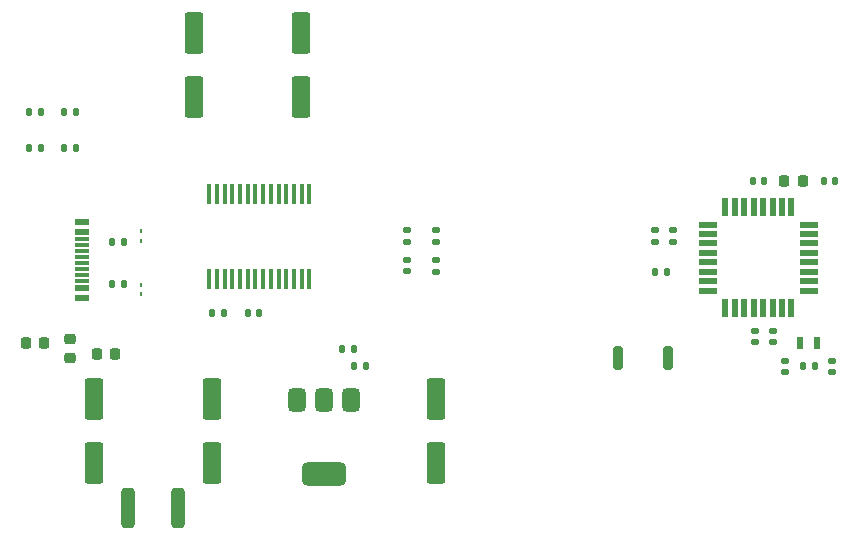
<source format=gtp>
%TF.GenerationSoftware,KiCad,Pcbnew,8.0.6*%
%TF.CreationDate,2025-04-05T02:38:06-04:00*%
%TF.ProjectId,intro_to_pcb,696e7472-6f5f-4746-9f5f-7063622e6b69,rev?*%
%TF.SameCoordinates,Original*%
%TF.FileFunction,Paste,Top*%
%TF.FilePolarity,Positive*%
%FSLAX46Y46*%
G04 Gerber Fmt 4.6, Leading zero omitted, Abs format (unit mm)*
G04 Created by KiCad (PCBNEW 8.0.6) date 2025-04-05 02:38:06*
%MOMM*%
%LPD*%
G01*
G04 APERTURE LIST*
G04 Aperture macros list*
%AMRoundRect*
0 Rectangle with rounded corners*
0 $1 Rounding radius*
0 $2 $3 $4 $5 $6 $7 $8 $9 X,Y pos of 4 corners*
0 Add a 4 corners polygon primitive as box body*
4,1,4,$2,$3,$4,$5,$6,$7,$8,$9,$2,$3,0*
0 Add four circle primitives for the rounded corners*
1,1,$1+$1,$2,$3*
1,1,$1+$1,$4,$5*
1,1,$1+$1,$6,$7*
1,1,$1+$1,$8,$9*
0 Add four rect primitives between the rounded corners*
20,1,$1+$1,$2,$3,$4,$5,0*
20,1,$1+$1,$4,$5,$6,$7,0*
20,1,$1+$1,$6,$7,$8,$9,0*
20,1,$1+$1,$8,$9,$2,$3,0*%
G04 Aperture macros list end*
%ADD10R,1.160000X0.600000*%
%ADD11R,1.160000X0.300000*%
%ADD12RoundRect,0.375000X-0.375000X0.625000X-0.375000X-0.625000X0.375000X-0.625000X0.375000X0.625000X0*%
%ADD13RoundRect,0.500000X-1.400000X0.500000X-1.400000X-0.500000X1.400000X-0.500000X1.400000X0.500000X0*%
%ADD14RoundRect,0.200000X0.200000X0.800000X-0.200000X0.800000X-0.200000X-0.800000X0.200000X-0.800000X0*%
%ADD15RoundRect,0.140000X-0.170000X0.140000X-0.170000X-0.140000X0.170000X-0.140000X0.170000X0.140000X0*%
%ADD16RoundRect,0.250000X-0.550000X1.500000X-0.550000X-1.500000X0.550000X-1.500000X0.550000X1.500000X0*%
%ADD17RoundRect,0.225000X0.225000X0.250000X-0.225000X0.250000X-0.225000X-0.250000X0.225000X-0.250000X0*%
%ADD18R,0.600000X1.100000*%
%ADD19RoundRect,0.147500X0.172500X-0.147500X0.172500X0.147500X-0.172500X0.147500X-0.172500X-0.147500X0*%
%ADD20RoundRect,0.147500X-0.147500X-0.172500X0.147500X-0.172500X0.147500X0.172500X-0.147500X0.172500X0*%
%ADD21RoundRect,0.135000X-0.135000X-0.185000X0.135000X-0.185000X0.135000X0.185000X-0.135000X0.185000X0*%
%ADD22RoundRect,0.062500X0.062500X-0.117500X0.062500X0.117500X-0.062500X0.117500X-0.062500X-0.117500X0*%
%ADD23RoundRect,0.135000X-0.185000X0.135000X-0.185000X-0.135000X0.185000X-0.135000X0.185000X0.135000X0*%
%ADD24RoundRect,0.140000X-0.140000X-0.170000X0.140000X-0.170000X0.140000X0.170000X-0.140000X0.170000X0*%
%ADD25RoundRect,0.135000X0.185000X-0.135000X0.185000X0.135000X-0.185000X0.135000X-0.185000X-0.135000X0*%
%ADD26RoundRect,0.218750X-0.256250X0.218750X-0.256250X-0.218750X0.256250X-0.218750X0.256250X0.218750X0*%
%ADD27RoundRect,0.140000X0.170000X-0.140000X0.170000X0.140000X-0.170000X0.140000X-0.170000X-0.140000X0*%
%ADD28RoundRect,0.062500X-0.062500X0.117500X-0.062500X-0.117500X0.062500X-0.117500X0.062500X0.117500X0*%
%ADD29R,0.550000X1.600000*%
%ADD30R,1.600000X0.550000*%
%ADD31RoundRect,0.135000X0.135000X0.185000X-0.135000X0.185000X-0.135000X-0.185000X0.135000X-0.185000X0*%
%ADD32RoundRect,0.250000X0.550000X-1.500000X0.550000X1.500000X-0.550000X1.500000X-0.550000X-1.500000X0*%
%ADD33RoundRect,0.225000X-0.225000X-0.250000X0.225000X-0.250000X0.225000X0.250000X-0.225000X0.250000X0*%
%ADD34RoundRect,0.140000X0.140000X0.170000X-0.140000X0.170000X-0.140000X-0.170000X0.140000X-0.170000X0*%
%ADD35RoundRect,0.218750X-0.218750X-0.256250X0.218750X-0.256250X0.218750X0.256250X-0.218750X0.256250X0*%
%ADD36RoundRect,0.250000X-0.312500X-1.450000X0.312500X-1.450000X0.312500X1.450000X-0.312500X1.450000X0*%
%ADD37R,0.450000X1.750000*%
G04 APERTURE END LIST*
D10*
%TO.C,J1*%
X109010000Y-119800000D03*
X109010000Y-120600000D03*
D11*
X109010000Y-121250000D03*
X109010000Y-122250000D03*
X109010000Y-123750000D03*
X109010000Y-124750000D03*
D10*
X109010000Y-125400000D03*
X109010000Y-126200000D03*
X109010000Y-126200000D03*
X109010000Y-125400000D03*
D11*
X109010000Y-124250000D03*
X109010000Y-123250000D03*
X109010000Y-122750000D03*
X109010000Y-121750000D03*
D10*
X109010000Y-120600000D03*
X109010000Y-119800000D03*
%TD*%
D12*
%TO.C,U2*%
X131800000Y-134850000D03*
X129500000Y-134850000D03*
X127200000Y-134850000D03*
D13*
X129500000Y-141150000D03*
%TD*%
D14*
%TO.C,SW1*%
X158600000Y-131300000D03*
X154400000Y-131300000D03*
%TD*%
D15*
%TO.C,C6*%
X172500000Y-131520000D03*
X172500000Y-132480000D03*
%TD*%
D16*
%TO.C,C11*%
X139000000Y-134800000D03*
X139000000Y-140200000D03*
%TD*%
D17*
%TO.C,C7*%
X105775000Y-130000000D03*
X104225000Y-130000000D03*
%TD*%
D18*
%TO.C,Y1*%
X171200000Y-130000000D03*
X169800000Y-130000000D03*
%TD*%
D19*
%TO.C,D5*%
X136500000Y-123970000D03*
X136500000Y-123000000D03*
%TD*%
D20*
%TO.C,D4*%
X104515000Y-110500000D03*
X105485000Y-110500000D03*
%TD*%
D21*
%TO.C,R5*%
X111490000Y-125000000D03*
X112510000Y-125000000D03*
%TD*%
%TO.C,R6*%
X111490000Y-121500000D03*
X112510000Y-121500000D03*
%TD*%
D22*
%TO.C,D2*%
X114000000Y-120580000D03*
X114000000Y-121420000D03*
%TD*%
D23*
%TO.C,R4*%
X157500000Y-120490000D03*
X157500000Y-121510000D03*
%TD*%
D24*
%TO.C,C1*%
X165790000Y-116300000D03*
X166750000Y-116300000D03*
%TD*%
%TO.C,C2*%
X171770000Y-116300000D03*
X172730000Y-116300000D03*
%TD*%
D25*
%TO.C,R11*%
X136500000Y-121495000D03*
X136500000Y-120475000D03*
%TD*%
D16*
%TO.C,C10*%
X120000000Y-134800000D03*
X120000000Y-140200000D03*
%TD*%
D24*
%TO.C,C13*%
X123020000Y-127500000D03*
X123980000Y-127500000D03*
%TD*%
D26*
%TO.C,FB1*%
X108000000Y-129712500D03*
X108000000Y-131287500D03*
%TD*%
D25*
%TO.C,R12*%
X139000000Y-121510000D03*
X139000000Y-120490000D03*
%TD*%
D27*
%TO.C,C3*%
X166000000Y-129980000D03*
X166000000Y-129020000D03*
%TD*%
D19*
%TO.C,D6*%
X139000000Y-123985000D03*
X139000000Y-123015000D03*
%TD*%
D21*
%TO.C,R2*%
X169990000Y-132000000D03*
X171010000Y-132000000D03*
%TD*%
D28*
%TO.C,D1*%
X114000000Y-125920000D03*
X114000000Y-125080000D03*
%TD*%
D29*
%TO.C,U1*%
X163450000Y-127050000D03*
X164250000Y-127050000D03*
X165050000Y-127050000D03*
X165850000Y-127050000D03*
X166650000Y-127050000D03*
X167450000Y-127050000D03*
X168250000Y-127050000D03*
X169050000Y-127050000D03*
D30*
X170500000Y-125600000D03*
X170500000Y-124800000D03*
X170500000Y-124000000D03*
X170500000Y-123200000D03*
X170500000Y-122400000D03*
X170500000Y-121600000D03*
X170500000Y-120800000D03*
X170500000Y-120000000D03*
D29*
X169050000Y-118550000D03*
X168250000Y-118550000D03*
X167450000Y-118550000D03*
X166650000Y-118550000D03*
X165850000Y-118550000D03*
X165050000Y-118550000D03*
X164250000Y-118550000D03*
X163450000Y-118550000D03*
D30*
X162000000Y-120000000D03*
X162000000Y-120800000D03*
X162000000Y-121600000D03*
X162000000Y-122400000D03*
X162000000Y-123200000D03*
X162000000Y-124000000D03*
X162000000Y-124800000D03*
X162000000Y-125600000D03*
%TD*%
D25*
%TO.C,R3*%
X159000000Y-121510000D03*
X159000000Y-120490000D03*
%TD*%
D31*
%TO.C,R10*%
X108510000Y-110500000D03*
X107490000Y-110500000D03*
%TD*%
D32*
%TO.C,C14*%
X118500000Y-109200000D03*
X118500000Y-103800000D03*
%TD*%
%TO.C,C15*%
X127500000Y-109200000D03*
X127500000Y-103800000D03*
%TD*%
D33*
%TO.C,C8*%
X110225000Y-131000000D03*
X111775000Y-131000000D03*
%TD*%
D27*
%TO.C,C4*%
X167500000Y-129980000D03*
X167500000Y-129020000D03*
%TD*%
D20*
%TO.C,D3*%
X104515000Y-113500000D03*
X105485000Y-113500000D03*
%TD*%
D21*
%TO.C,R8*%
X131990000Y-132000000D03*
X133010000Y-132000000D03*
%TD*%
D15*
%TO.C,C5*%
X168500000Y-131520000D03*
X168500000Y-132480000D03*
%TD*%
D21*
%TO.C,R7*%
X130980000Y-130500000D03*
X132000000Y-130500000D03*
%TD*%
D34*
%TO.C,C12*%
X120980000Y-127500000D03*
X120020000Y-127500000D03*
%TD*%
D35*
%TO.C,L1*%
X168462500Y-116300000D03*
X170037500Y-116300000D03*
%TD*%
D16*
%TO.C,C9*%
X110000000Y-134800000D03*
X110000000Y-140200000D03*
%TD*%
D21*
%TO.C,R1*%
X157490000Y-124000000D03*
X158510000Y-124000000D03*
%TD*%
D31*
%TO.C,R9*%
X108510000Y-113500000D03*
X107490000Y-113500000D03*
%TD*%
D36*
%TO.C,F1*%
X112862500Y-144000000D03*
X117137500Y-144000000D03*
%TD*%
D37*
%TO.C,U3*%
X128225000Y-117400000D03*
X127575000Y-117400000D03*
X126925000Y-117400000D03*
X126275000Y-117400000D03*
X125625000Y-117400000D03*
X124975000Y-117400000D03*
X124325000Y-117400000D03*
X123675000Y-117400000D03*
X123025000Y-117400000D03*
X122375000Y-117400000D03*
X121725000Y-117400000D03*
X121075000Y-117400000D03*
X120425000Y-117400000D03*
X119775000Y-117400000D03*
X119775000Y-124600000D03*
X120425000Y-124600000D03*
X121075000Y-124600000D03*
X121725000Y-124600000D03*
X122375000Y-124600000D03*
X123025000Y-124600000D03*
X123675000Y-124600000D03*
X124325000Y-124600000D03*
X124975000Y-124600000D03*
X125625000Y-124600000D03*
X126275000Y-124600000D03*
X126925000Y-124600000D03*
X127575000Y-124600000D03*
X128225000Y-124600000D03*
%TD*%
M02*

</source>
